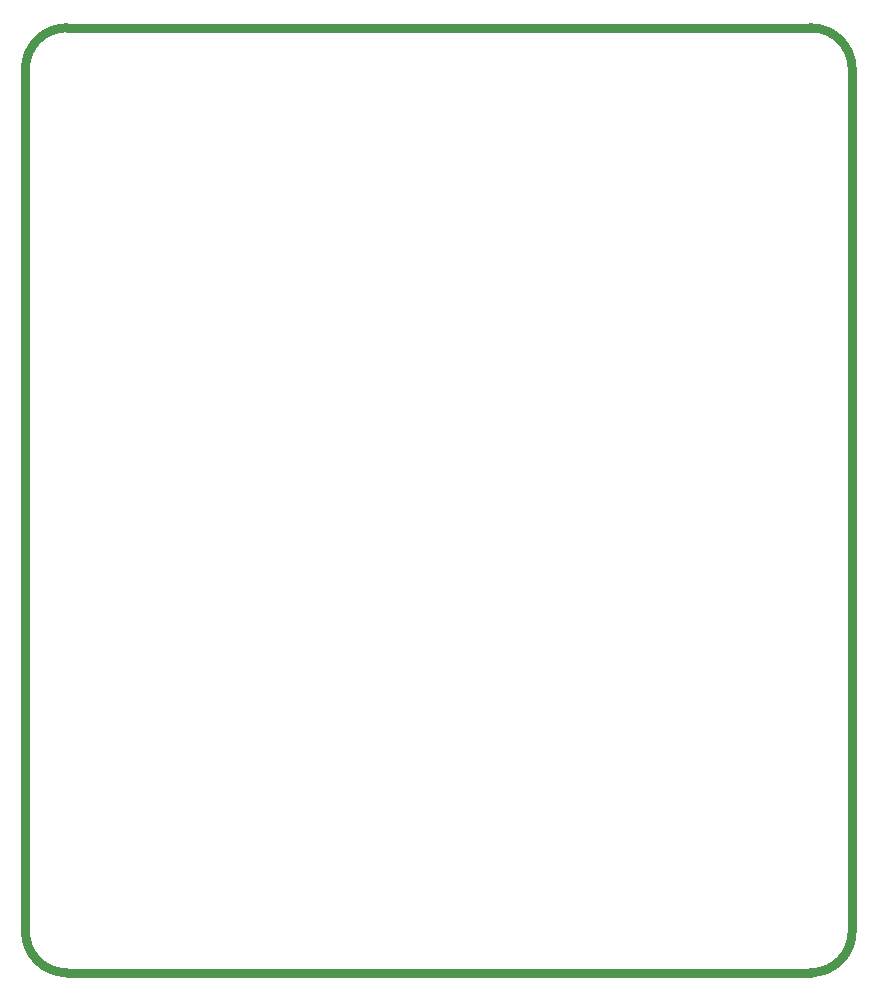
<source format=gbr>
G04 #@! TF.GenerationSoftware,KiCad,Pcbnew,(5.1.0-0)*
G04 #@! TF.CreationDate,2019-05-02T09:23:53-04:00*
G04 #@! TF.ProjectId,Power Board,506f7765-7220-4426-9f61-72642e6b6963,rev?*
G04 #@! TF.SameCoordinates,Original*
G04 #@! TF.FileFunction,Profile,NP*
%FSLAX46Y46*%
G04 Gerber Fmt 4.6, Leading zero omitted, Abs format (unit mm)*
G04 Created by KiCad (PCBNEW (5.1.0-0)) date 2019-05-02 09:23:53*
%MOMM*%
%LPD*%
G04 APERTURE LIST*
%ADD10C,0.762000*%
G04 APERTURE END LIST*
D10*
X147000000Y-111500000D02*
G75*
G02X143500000Y-115000000I-3500000J0D01*
G01*
X80500000Y-115000000D02*
G75*
G02X77000000Y-111500000I0J3500000D01*
G01*
X77000000Y-38500000D02*
G75*
G02X80500000Y-35000000I3500000J0D01*
G01*
X143500000Y-35000000D02*
G75*
G02X147000000Y-38500000I0J-3500000D01*
G01*
X77000000Y-111500000D02*
X77000000Y-38500000D01*
X143500000Y-115000000D02*
X80500000Y-115000000D01*
X147000000Y-38500000D02*
X147000000Y-111500000D01*
X80500000Y-35000000D02*
X143500000Y-35000000D01*
M02*

</source>
